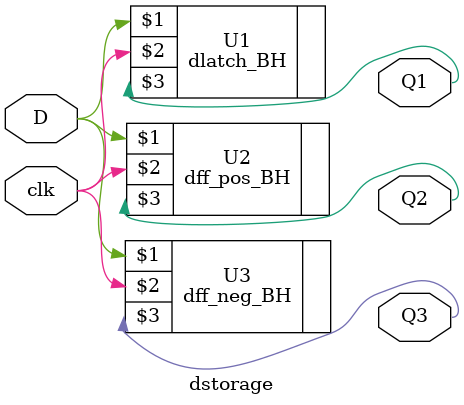
<source format=v>
module dstorage(
	input clk,
	input D,
	output Q1,
	output Q2,
	output Q3
);

	dlatch_BH U1(D, clk, Q1);
	dff_pos_BH U2(D, clk, Q2);
	dff_neg_BH U3(D, clk, Q3);
	
endmodule
 
</source>
